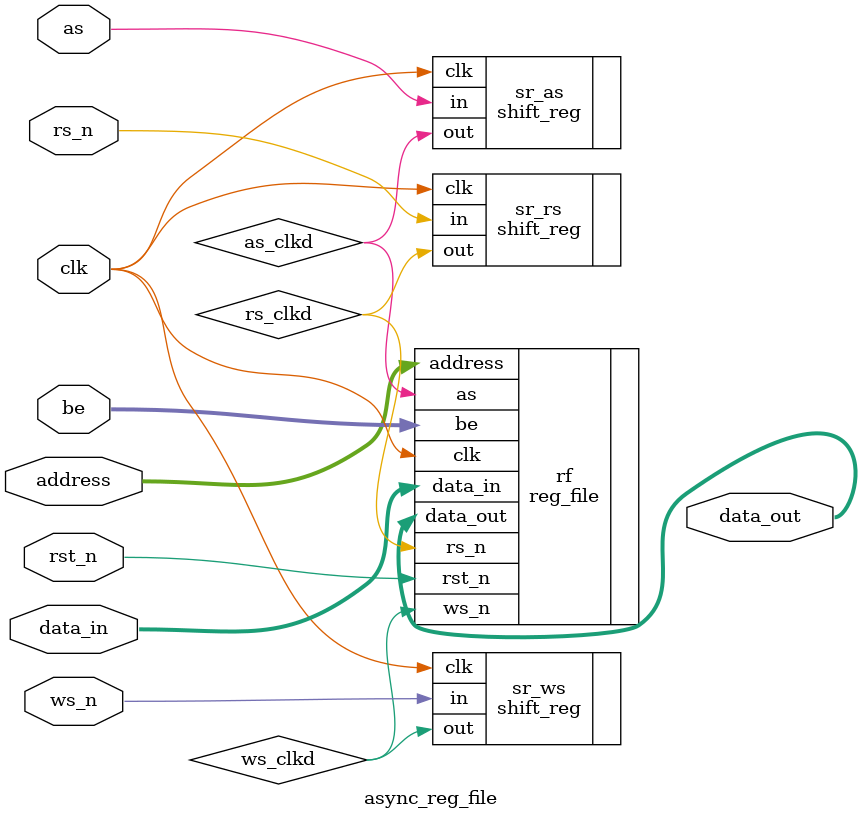
<source format=v>
/* 
 * async_reg_file.v - Asynchronous register file with metastabiliy handling 
 *
 * Receiver has much higher clock rate.  Inputs are shift-registered before passing to register file.
 * 
 * */
module async_reg_file(
                      address,
                      data_in,
                      data_out,
                      ws_n,
                      rs_n,
                      be,
                      clk,
                      as,
                      rst_n
                      );
   // Inputs
   input [23:0] address;        // Arm address
   input [31:0] data_in;        // Data input
   input        ws_n;           // Write strobe
   input        rs_n;           // Read strobe
   input [3:0]  be;             // Byte enable
   input        clk;            // Clock
   input        as;             // Chip select
   input        rst_n;          // Reset

   // Outputs
   output [31:0] data_out;      // Data output
   
   // Register file size
   parameter REG_FILE_SIZE      = 8; // Register file size
   parameter LOG_REG_FILE_SIZE  = 3; // Number of internal select bits

   // Clocked inputs
   wire              rs_clkd;
   wire              ws_clkd;
   wire              as_clkd;

   // Generate connections
   shift_reg  #(4) sr_ws  (.in(ws_n), .out(ws_clkd), .clk(clk));
   shift_reg  #(4) sr_rs  (.in(rs_n), .out(rs_clkd), .clk(clk));
   shift_reg  #(4) sr_as  (.in(as),   .out(as_clkd), .clk(clk));

   // Internal register file
   reg_file rf (.address(address),
                .data_in(data_in),
                .data_out(data_out),
                .ws_n(ws_clkd),
                .rs_n(rs_clkd),
                .be(be),
                .clk(clk),
                .as(as_clkd),
                .rst_n(rst_n));
endmodule // async_reg_file

                

   
                      
                      

</source>
